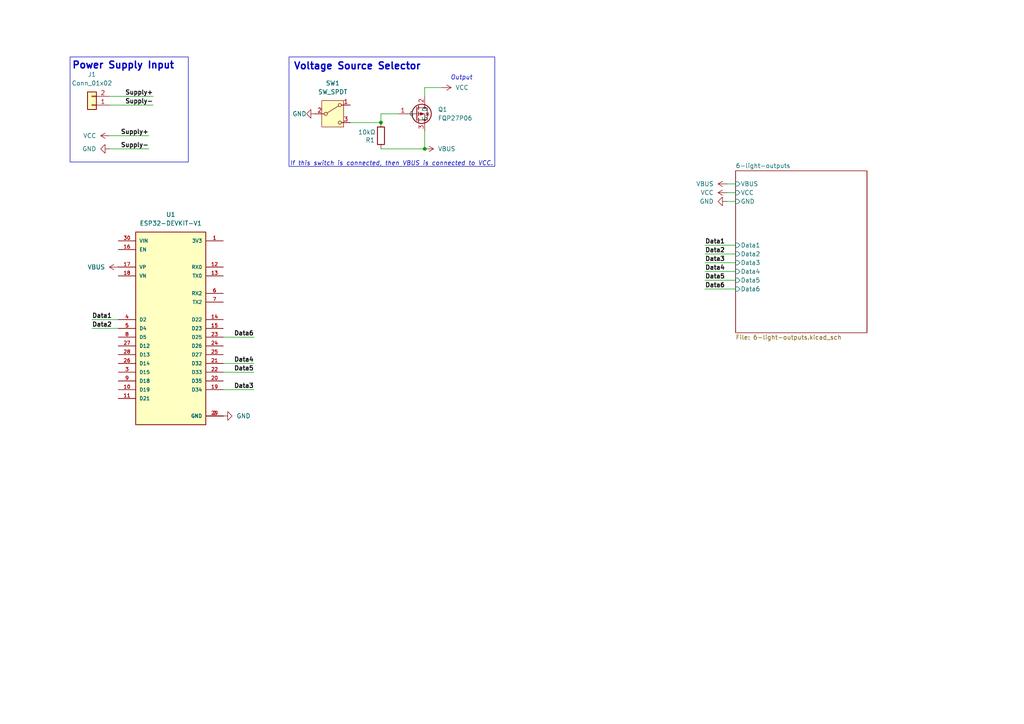
<source format=kicad_sch>
(kicad_sch (version 20231120) (generator "eeschema") (generator_version "8.0")
  (paper "A4")
  (lib_symbols
    (symbol "Connector_Generic:Conn_01x02" (pin_names (offset 1.016) hide)
      (property "Reference" "J" (at 0 2.54 0))
      (property "Value" "Conn_01x02" (at 0 -5.08 0))
      (symbol "Conn_01x02_1_1"
        (rectangle (start -1.27 -2.413) (end 0 -2.667) (stroke (width 0.1524)))
        (rectangle (start -1.27 0.127) (end 0 -0.127) (stroke (width 0.1524)))
        (rectangle (start -1.27 1.27) (end 1.27 -3.81) (stroke (width 0.254)) (fill (type background)))
        (pin passive line (at -5.08 0 0) (length 3.81) (name "Pin_1") (number "1"))
        (pin passive line (at -5.08 -2.54 0) (length 3.81) (name "Pin_2") (number "2"))
      )
    )
    (symbol "Device:R" (pin_numbers hide) (pin_names (offset 0))
      (property "Reference" "R" (at 2.032 0 90))
      (property "Value" "R" (at 0 0 90))
      (symbol "R_0_1"
        (rectangle (start -1.016 -2.54) (end 1.016 2.54) (stroke (width 0.254)))
      )
      (symbol "R_1_1"
        (pin passive line (at 0 3.81 270) (length 1.27) (name "~") (number "1"))
        (pin passive line (at 0 -3.81 90) (length 1.27) (name "~") (number "2"))
      )
    )
    (symbol "MySymbolsLibrary:ESP32-DEVKIT-V1" (pin_names (offset 1.016))
      (property "Reference" "U" (at -10.16 30.48 0))
      (property "Value" "ESP32-DEVKIT-V1" (at -10.16 -30.48 0))
      (symbol "ESP32-DEVKIT-V1_0_0"
        (rectangle (start -10.16 -27.94) (end 10.16 27.94) (stroke (width 0.254)) (fill (type background)))
        (pin output line (at 15.24 25.4 180) (length 5.08) (name "3V3") (number "1"))
        (pin bidirectional line (at -15.24 -17.78 0) (length 5.08) (name "D19") (number "10"))
        (pin bidirectional line (at -15.24 -20.32 0) (length 5.08) (name "D21") (number "11"))
        (pin input line (at 15.24 17.78 180) (length 5.08) (name "RX0") (number "12"))
        (pin output line (at 15.24 15.24 180) (length 5.08) (name "TX0") (number "13"))
        (pin bidirectional line (at 15.24 2.54 180) (length 5.08) (name "D22") (number "14"))
        (pin bidirectional line (at 15.24 0 180) (length 5.08) (name "D23") (number "15"))
        (pin input line (at -15.24 22.86 0) (length 5.08) (name "EN") (number "16"))
        (pin bidirectional line (at -15.24 17.78 0) (length 5.08) (name "VP") (number "17"))
        (pin bidirectional line (at -15.24 15.24 0) (length 5.08) (name "VN") (number "18"))
        (pin bidirectional line (at 15.24 -17.78 180) (length 5.08) (name "D34") (number "19"))
        (pin power_in line (at 15.24 -25.4 180) (length 5.08) (name "GND") (number "2"))
        (pin bidirectional line (at 15.24 -15.24 180) (length 5.08) (name "D35") (number "20"))
        (pin bidirectional line (at 15.24 -10.16 180) (length 5.08) (name "D32") (number "21"))
        (pin bidirectional line (at 15.24 -12.7 180) (length 5.08) (name "D33") (number "22"))
        (pin bidirectional line (at 15.24 -2.54 180) (length 5.08) (name "D25") (number "23"))
        (pin bidirectional line (at 15.24 -5.08 180) (length 5.08) (name "D26") (number "24"))
        (pin bidirectional line (at 15.24 -7.62 180) (length 5.08) (name "D27") (number "25"))
        (pin bidirectional line (at -15.24 -10.16 0) (length 5.08) (name "D14") (number "26"))
        (pin bidirectional line (at -15.24 -5.08 0) (length 5.08) (name "D12") (number "27"))
        (pin bidirectional line (at -15.24 -7.62 0) (length 5.08) (name "D13") (number "28"))
        (pin power_in line (at 15.24 -25.4 180) (length 5.08) (name "GND") (number "29"))
        (pin bidirectional line (at -15.24 -12.7 0) (length 5.08) (name "D15") (number "3"))
        (pin input line (at -15.24 25.4 0) (length 5.08) (name "VIN") (number "30"))
        (pin bidirectional line (at -15.24 2.54 0) (length 5.08) (name "D2") (number "4"))
        (pin bidirectional line (at -15.24 0 0) (length 5.08) (name "D4") (number "5"))
        (pin input line (at 15.24 10.16 180) (length 5.08) (name "RX2") (number "6"))
        (pin output line (at 15.24 7.62 180) (length 5.08) (name "TX2") (number "7"))
        (pin bidirectional line (at -15.24 -2.54 0) (length 5.08) (name "D5") (number "8"))
        (pin bidirectional line (at -15.24 -15.24 0) (length 5.08) (name "D18") (number "9"))
      )
    )
    (symbol "Switch:SW_SPDT" (pin_names (offset 0) hide)
      (property "Reference" "SW" (at 0 5.08 0))
      (property "Value" "SW_SPDT" (at 0 -5.08 0))
      (symbol "SW_SPDT_0_1"
        (circle (center -2.032 0) (radius 0.4572))
        (polyline (pts (xy -1.651 0.254) (xy 1.651 2.286)))
        (circle (center 2.032 -2.54) (radius 0.4572))
        (circle (center 2.032 2.54) (radius 0.4572))
      )
      (symbol "SW_SPDT_1_1"
        (rectangle (start -3.175 3.81) (end 3.175 -3.81) (fill (type background)))
        (pin passive line (at 5.08 2.54 180) (length 2.54) (name "A") (number "1"))
        (pin passive line (at -5.08 0 0) (length 2.54) (name "B") (number "2"))
        (pin passive line (at 5.08 -2.54 180) (length 2.54) (name "C") (number "3"))
      )
    )
    (symbol "Transistor_FET:FQP27P06"
      (property "Reference" "Q" (at 5.08 1.905 0))
      (property "Value" "FQP27P06" (at 5.08 0 0))
      (symbol "FQP27P06_0_1"
        (polyline (pts (xy 0.254 0) (xy -2.54 0)))
        (polyline (pts (xy 0.254 1.905) (xy 0.254 -1.905)) (stroke (width 0.254)))
        (polyline (pts (xy 0.762 -1.27) (xy 0.762 -2.286)) (stroke (width 0.254)))
        (polyline (pts (xy 0.762 0.508) (xy 0.762 -0.508)) (stroke (width 0.254)))
        (polyline (pts (xy 0.762 2.286) (xy 0.762 1.27)) (stroke (width 0.254)))
        (polyline (pts (xy 2.54 2.54) (xy 2.54 1.778)))
        (polyline (pts (xy 2.54 -2.54) (xy 2.54 0) (xy 0.762 0)))
        (polyline (pts (xy 0.762 1.778) (xy 3.302 1.778) (xy 3.302 -1.778) (xy 0.762 -1.778)))
        (polyline (pts (xy 2.286 0) (xy 1.27 0.381) (xy 1.27 -0.381) (xy 2.286 0)) (fill (type outline)))
        (polyline (pts (xy 2.794 -0.508) (xy 2.921 -0.381) (xy 3.683 -0.381) (xy 3.81 -0.254)))
        (polyline (pts (xy 3.302 -0.381) (xy 2.921 0.254) (xy 3.683 0.254) (xy 3.302 -0.381)))
        (circle (center 1.651 0) (radius 2.794) (stroke (width 0.254)))
        (circle (center 2.54 -1.778) (radius 0.254) (fill (type outline)))
        (circle (center 2.54 1.778) (radius 0.254) (fill (type outline)))
      )
      (symbol "FQP27P06_1_1"
        (pin input line (at -5.08 0 0) (length 2.54) (name "G") (number "1"))
        (pin passive line (at 2.54 5.08 270) (length 2.54) (name "D") (number "2"))
        (pin passive line (at 2.54 -5.08 90) (length 2.54) (name "S") (number "3"))
      )
    )
    (symbol "power:GND" (power) (pin_numbers hide) (pin_names (offset 0) hide)
      (property "Value" "GND" (at 0 -3.81 0))
      (symbol "GND_0_1"
        (polyline (pts (xy 0 0) (xy 0 -1.27) (xy 1.27 -1.27) (xy 0 -2.54) (xy -1.27 -1.27) (xy 0 -1.27)))
      )
      (symbol "GND_1_1"
        (pin power_in line (at 0 0 270) (length 0) (name "~") (number "1"))
      )
    )
    (symbol "power:VBUS" (power) (pin_numbers hide) (pin_names (offset 0) hide)
      (property "Value" "VBUS" (at 0 3.556 0))
      (symbol "VBUS_0_1"
        (polyline (pts (xy -0.762 1.27) (xy 0 2.54)))
        (polyline (pts (xy 0 0) (xy 0 2.54)))
        (polyline (pts (xy 0 2.54) (xy 0.762 1.27)))
      )
      (symbol "VBUS_1_1"
        (pin power_in line (at 0 0 90) (length 0) (name "~") (number "1"))
      )
    )
    (symbol "power:VCC" (power) (pin_numbers hide) (pin_names (offset 0) hide)
      (property "Value" "VCC" (at 0 3.556 0))
      (symbol "VCC_0_1"
        (polyline (pts (xy -0.762 1.27) (xy 0 2.54)))
        (polyline (pts (xy 0 0) (xy 0 2.54)))
        (polyline (pts (xy 0 2.54) (xy 0.762 1.27)))
      )
      (symbol "VCC_1_1"
        (pin power_in line (at 0 0 90) (length 0) (name "~") (number "1"))
      )
    )
  )
  (junction (at 110.49 35.56))
  (junction (at 123.19 43.18))
  (wire (pts (xy 204.47 78.74) (xy 213.36 78.74)))
  (wire (pts (xy 31.75 39.37) (xy 43.18 39.37)))
  (wire (pts (xy 123.19 38.1) (xy 123.19 43.18)))
  (wire (pts (xy 204.47 81.28) (xy 213.36 81.28)))
  (wire (pts (xy 64.77 105.41) (xy 73.66 105.41)))
  (wire (pts (xy 31.75 43.18) (xy 43.18 43.18)))
  (wire (pts (xy 110.49 33.02) (xy 110.49 35.56)))
  (wire (pts (xy 115.57 33.02) (xy 110.49 33.02)))
  (wire (pts (xy 210.82 53.34) (xy 213.36 53.34)))
  (wire (pts (xy 31.75 27.94) (xy 44.45 27.94)))
  (wire (pts (xy 26.67 92.71) (xy 34.29 92.71)))
  (wire (pts (xy 210.82 58.42) (xy 213.36 58.42)))
  (wire (pts (xy 210.82 55.88) (xy 213.36 55.88)))
  (wire (pts (xy 110.49 43.18) (xy 123.19 43.18)))
  (wire (pts (xy 64.77 107.95) (xy 73.66 107.95)))
  (wire (pts (xy 123.19 25.4) (xy 128.27 25.4)))
  (wire (pts (xy 123.19 27.94) (xy 123.19 25.4)))
  (wire (pts (xy 31.75 30.48) (xy 44.45 30.48)))
  (wire (pts (xy 204.47 83.82) (xy 213.36 83.82)))
  (wire (pts (xy 204.47 71.12) (xy 213.36 71.12)))
  (wire (pts (xy 204.47 76.2) (xy 213.36 76.2)))
  (wire (pts (xy 64.77 97.79) (xy 73.66 97.79)))
  (wire (pts (xy 101.6 35.56) (xy 110.49 35.56)))
  (wire (pts (xy 204.47 73.66) (xy 213.36 73.66)))
  (wire (pts (xy 26.67 95.25) (xy 34.29 95.25)))
  (wire (pts (xy 64.77 113.03) (xy 73.66 113.03)))
  (rectangle (start 20.32 16.51) (end 54.61 46.99))
  (rectangle (start 83.82 16.51) (end 143.51 48.26))
  (text "Output" (at 133.858 22.606 0) (effects (font (size 1.27 1.27) (italic yes))))
  (text "Power Supply Input" (at 20.828 19.05 0) (effects (font (size 2 2) (thickness 0.4) (bold yes)) (justify left)))
  (text "Voltage Source Selector" (at 85.09 19.304 0) (effects (font (size 2 2) (thickness 0.4) (bold yes)) (justify left)))
  (text "If this switch is connected, then VBUS is connected to VCC." (at 84.074 47.498 0) (effects (font (size 1.27 1.27) (italic yes)) (justify left)))
  (label "Data5" (at 204.47 81.28 0) (effects (font (thickness 0.254) (bold yes))))
  (label "Supply+" (at 44.45 27.94 180) (effects (font (thickness 0.254) (bold yes))))
  (label "Data6" (at 73.66 97.79 180) (effects (font (thickness 0.254) (bold yes))))
  (label "Data3" (at 204.47 76.2 0) (effects (font (thickness 0.254) (bold yes))))
  (label "Data1" (at 26.67 92.71 0) (effects (font (thickness 0.254) (bold yes))))
  (label "Data2" (at 204.47 73.66 0) (effects (font (thickness 0.254) (bold yes))))
  (label "Supply+" (at 43.18 39.37 180) (effects (font (thickness 0.254) (bold yes))))
  (label "Data1" (at 204.47 71.12 0) (effects (font (thickness 0.254) (bold yes))))
  (label "Data4" (at 204.47 78.74 0) (effects (font (thickness 0.254) (bold yes))))
  (label "Data6" (at 204.47 83.82 0) (effects (font (thickness 0.254) (bold yes))))
  (label "Supply-" (at 44.45 30.48 180) (effects (font (thickness 0.254) (bold yes))))
  (label "Supply-" (at 43.18 43.18 180) (effects (font (thickness 0.254) (bold yes))))
  (label "Data2" (at 26.67 95.25 0) (effects (font (thickness 0.254) (bold yes))))
  (label "Data4" (at 73.66 105.41 180) (effects (font (thickness 0.254) (bold yes))))
  (label "Data5" (at 73.66 107.95 180) (effects (font (thickness 0.254) (bold yes))))
  (label "Data3" (at 73.66 113.03 180) (effects (font (thickness 0.254) (bold yes))))
  (symbol (lib_id "power:VBUS") (at 123.19 43.18 270) (unit 1)
    (property "Reference" "#PWR06" (effects (hide yes)))
    (property "Value" "VBUS" (at 127 43.1801 90) (effects (justify left)))
    (property "Description" "Power symbol creates a global label with name \"VBUS\"" (effects (hide yes)))
  )
  (symbol (lib_id "Switch:SW_SPDT") (at 96.52 33.02 0) (unit 1)
    (property "Reference" "SW1" (at 96.52 24.13 0))
    (property "Value" "SW_SPDT" (at 96.52 26.67 0))
    (property "Footprint" "MyFootprintsLibrary:SS12SDP2" (effects (hide yes)))
    (property "Description" "Switch, single pole double throw" (effects (hide yes)))
  )
  (symbol (lib_id "power:GND") (at 210.82 58.42 270) (unit 1)
    (property "Reference" "#PWR010" (effects (hide yes)))
    (property "Value" "GND" (at 207.01 58.4199 90) (effects (justify right)))
    (property "Description" "Power symbol creates a global label with name \"GND\" , ground" (effects (hide yes)))
  )
  (symbol (lib_id "power:GND") (at 91.44 33.02 270) (unit 1)
    (property "Reference" "#PWR05" (effects (hide yes)))
    (property "Value" "GND" (at 88.9 33.02 90) (effects (justify right)))
    (property "Description" "Power symbol creates a global label with name \"GND\" , ground" (effects (hide yes)))
  )
  (symbol (lib_id "power:VBUS") (at 210.82 53.34 90) (unit 1)
    (property "Reference" "#PWR08" (effects (hide yes)))
    (property "Value" "VBUS" (at 207.01 53.3399 90) (effects (justify left)))
    (property "Description" "Power symbol creates a global label with name \"VBUS\"" (effects (hide yes)))
  )
  (symbol (lib_id "power:GND") (at 64.77 120.65 90) (unit 1)
    (property "Reference" "#PWR04" (effects (hide yes)))
    (property "Value" "GND" (at 68.58 120.6499 90) (effects (justify right)))
    (property "Description" "Power symbol creates a global label with name \"GND\" , ground" (effects (hide yes)))
  )
  (symbol (lib_id "Transistor_FET:FQP27P06") (at 120.65 33.02 0) (unit 1)
    (property "Reference" "Q1" (at 127 31.7499 0) (effects (justify left)))
    (property "Value" "FQP27P06" (at 127 34.2899 0) (effects (justify left)))
    (property "Footprint" "Package_TO_SOT_THT:TO-220-3_Vertical" (effects (hide yes)))
    (property "Datasheet" "https://www.onsemi.com/pub/Collateral/FQP27P06-D.PDF" (effects (hide yes)))
    (property "Description" "-27A Id, -60V Vds, QFET P-Channel MOSFET, TO-220" (effects (hide yes)))
  )
  (symbol (lib_id "power:VBUS") (at 34.29 77.47 90) (unit 1)
    (property "Reference" "#PWR03" (effects (hide yes)))
    (property "Value" "VBUS" (at 30.48 77.4699 90) (effects (justify left)))
    (property "Description" "Power symbol creates a global label with name \"VBUS\"" (effects (hide yes)))
  )
  (symbol (lib_id "power:GND") (at 31.75 43.18 270) (unit 1)
    (property "Reference" "#PWR02" (effects (hide yes)))
    (property "Value" "GND" (at 27.94 43.1799 90) (effects (justify right)))
    (property "Description" "Power symbol creates a global label with name \"GND\" , ground" (effects (hide yes)))
  )
  (symbol (lib_id "power:VCC") (at 210.82 55.88 90) (unit 1)
    (property "Reference" "#PWR09" (effects (hide yes)))
    (property "Value" "VCC" (at 207.01 55.8799 90) (effects (justify left)))
    (property "Description" "Power symbol creates a global label with name \"VCC\"" (effects (hide yes)))
  )
  (symbol (lib_id "power:VCC") (at 128.27 25.4 270) (unit 1)
    (property "Reference" "#PWR07" (effects (hide yes)))
    (property "Value" "VCC" (at 132.08 25.3999 90) (effects (justify left)))
    (property "Description" "Power symbol creates a global label with name \"VCC\"" (effects (hide yes)))
  )
  (symbol (lib_id "power:VCC") (at 31.75 39.37 90) (unit 1)
    (property "Reference" "#PWR01" (effects (hide yes)))
    (property "Value" "VCC" (at 27.94 39.3699 90) (effects (justify left)))
    (property "Description" "Power symbol creates a global label with name \"VCC\"" (effects (hide yes)))
  )
  (symbol (lib_id "Device:R") (at 110.49 39.37 0) (unit 1)
    (property "Reference" "R1" (at 108.712 40.64 0) (effects (justify right)))
    (property "Value" "10kΩ" (at 108.966 38.354 0) (effects (justify right)))
    (property "Footprint" "Resistor_SMD:R_0402_1005Metric" (effects (hide yes)))
    (property "Description" "Resistor" (effects (hide yes)))
  )
  (symbol (lib_id "MySymbolsLibrary:ESP32-DEVKIT-V1") (at 49.53 95.25 0) (unit 1)
    (property "Reference" "U1" (at 49.53 62.23 0))
    (property "Value" "ESP32-DEVKIT-V1" (at 49.53 64.77 0))
    (property "Footprint" "MyFootprintsLibrary:MODULE_ESP32_DEVKIT_V1" (effects (hide yes)))
    (property "MF" "Do it" (effects (hide yes)))
    (property "MAXIMUM_PACKAGE_HEIGHT" "6.8 mm" (effects (hide yes)))
    (property "Package" "None" (effects (hide yes)))
    (property "Price" "None" (effects (hide yes)))
    (property "Check_prices" "https://www.snapeda.com/parts/ESP32-DEVKIT-V1/Do+it/view-part/?ref=eda" (effects (hide yes)))
    (property "STANDARD" "Manufacturer Recommendations" (effects (hide yes)))
    (property "PARTREV" "N/A" (effects (hide yes)))
    (property "SnapEDA_Link" "https://www.snapeda.com/parts/ESP32-DEVKIT-V1/Do+it/view-part/?ref=snap" (effects (hide yes)))
    (property "MP" "ESP32-DEVKIT-V1" (effects (hide yes)))
    (property "Description_1" "\n                        \n                            Dual core, Wi-Fi: 2.4 GHz up to 150 Mbits/s,BLE (Bluetooth Low Energy) and legacy Bluetooth, 32 bits, Up to 240 MHz\n                        \n" (effects (hide yes)))
    (property "Availability" "Not in stock" (effects (hide yes)))
    (property "MANUFACTURER" "DOIT" (effects (hide yes)))
  )
  (symbol (lib_id "Connector_Generic:Conn_01x02") (at 26.67 30.48 180) (unit 1)
    (property "Reference" "J1" (at 26.67 21.59 0))
    (property "Value" "Conn_01x02" (at 26.67 24.13 0))
    (property "Footprint" "Connector_BarrelJack:BarrelJack_Horizontal" (effects (hide yes)))
    (property "Description" "Generic connector, single row, 01x02, script generated (kicad-library-utils/schlib/autogen/connector/)" (effects (hide yes)))
  )
  (sheet (at 213.36 49.53) (size 38.1 46.99) (stroke (width 0.1524))
    (property "Sheetname" "6-light-outputs" (at 213.36 48.8184 0) (effects (justify left bottom)))
    (property "Sheetfile" "6-light-outputs.kicad_sch" (at 213.36 97.1046 0) (effects (justify left top)))
    (pin "GND" input (at 213.36 58.42 180))
    (pin "VCC" input (at 213.36 55.88 180))
    (pin "Data6" input (at 213.36 83.82 180))
    (pin "Data4" input (at 213.36 78.74 180))
    (pin "Data2" input (at 213.36 73.66 180))
    (pin "Data1" input (at 213.36 71.12 180))
    (pin "Data3" input (at 213.36 76.2 180))
    (pin "Data5" input (at 213.36 81.28 180))
    (pin "VBUS" input (at 213.36 53.34 180))
  )
)
</source>
